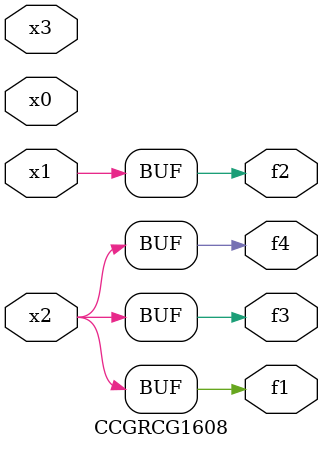
<source format=v>
module CCGRCG1608(
	input x0, x1, x2, x3,
	output f1, f2, f3, f4
);
	assign f1 = x2;
	assign f2 = x1;
	assign f3 = x2;
	assign f4 = x2;
endmodule

</source>
